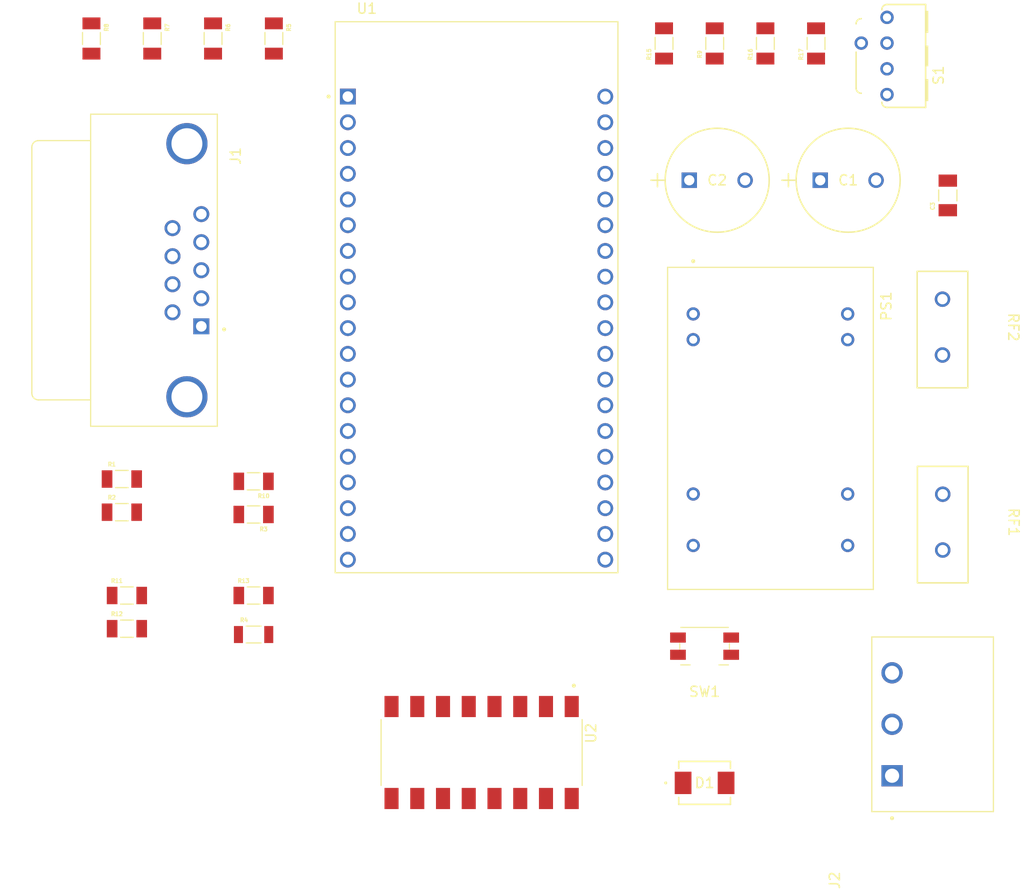
<source format=kicad_pcb>
(kicad_pcb (version 20241229) (generator "pcbnew") (generator_version "9.0")
  (layers (0 "F.Cu" signal) (2 "B.Cu" signal) (13 "F.Paste" user) (15 "B.Paste" user) (5 "F.SilkS" user "F.Silkscreen") (7 "B.SilkS" user "B.Silkscreen") (1 "F.Mask" user) (3 "B.Mask" user) (25 "Edge.Cuts" user))
  (net 0 "")
  (net 1 "Net-(PS1--VIN)")
  (net 2 "Net-(PS1-+VIN)")
  (net 3 "Net-(PS1--VOUT)")
  (net 4 "Net-(D1-Pad1)")
  (net 5 "Net-(SW1A-B)")
  (net 9 "+24V")
  (net 15 "Net-(SW1A-A)")
  (net 16 "Net-(J2-Pad03)")
  (net 18 "Net-(PS1-+VOUT)")
  (net 22 "Net-(R1-Pad2)")
  (net 23 "Net-(R3-Pad2)")
  (net 24 "+3.3V")
  (net 25 "Net-(U1-IO25)")
  (net 26 "Net-(U1-IO26)")
  (net 27 "Net-(U1-IO27)")
  (net 28 "Net-(U1-IO14)")
  (net 29 "Net-(U1-IO17)")
  (net 30 "GND")
  (net 31 "Net-(R10-Pad2)")
  (net 32 "Net-(R12-Pad2)")
  (net 33 "Net-(U1-IO16)")
  (net 34 "Net-(U1-IO4)")
  (net 35 "Net-(U1-IO2)")
  (net 36 "+5V")
  (footprint "footprints:RESC3115X65N" (layer "F.Cu") (at 174.5 73.774)
    (property "Reference" "R2" (at -0.99 -1.45 0) (layer "F.SilkS") (effects (font (size 0.393701 0.393701))))
    (property "Value" "CRGH1206J4K7")
    (fp_line (start -0.62 -0.85) (end 0.62 -0.85) (stroke (width 0.127)) (layer "F.SilkS"))
    (fp_line (start -0.62 0.85) (end 0.62 0.85) (stroke (width 0.127)) (layer "F.SilkS"))
    (pad "1" smd rect (at -1.46 0) (size 1.05 1.72) (layers "F.Cu" "F.Mask" "F.Paste") (net 9 "+24V"))
    (pad "2" smd rect (at 1.46 0) (size 1.05 1.72) (layers "F.Cu" "F.Mask" "F.Paste") (net 22 "Net-(R1-Pad2)"))
  )
  (footprint "footprints:RESC3216X75N" (layer "F.Cu") (at 238 27.494 90)
    (property "Reference" "R16" (at -1.08 -1.48 90) (layer "F.SilkS") (effects (font (size 0.393701 0.393701))))
    (property "Value" "CR1206-FX-1002ELF")
    (fp_line (start -0.59 -0.88) (end 0.59 -0.88) (stroke (width 0.127)) (layer "F.SilkS"))
    (fp_line (start -0.59 0.88) (end 0.59 0.88) (stroke (width 0.127)) (layer "F.SilkS"))
    (pad "1" smd rect (at -1.494 0 90) (size 1.17 1.77) (layers "F.Cu" "F.Mask" "F.Paste") (net 34 "Net-(U1-IO4)"))
    (pad "2" smd rect (at 1.494 0 90) (size 1.17 1.77) (layers "F.Cu" "F.Mask" "F.Paste") (net 30 "GND"))
  )
  (footprint "Button_Switch_SMD:Panasonic_EVQPUJ_EVQPUA" (layer "F.Cu") (at 232 87 180)
    (property "Reference" "SW1" (at 0 -4.5 0) (layer "F.SilkS"))
    (property "Value" "On/Off Switch")
    (fp_line (start 2.45 0.275) (end 2.45 -0.275) (stroke (width 0.12)) (layer "F.SilkS"))
    (fp_line (start 2.35 1.85) (end -2.35 1.85) (stroke (width 0.12)) (layer "F.SilkS"))
    (fp_line (start 2.35 -1.85) (end 1.425 -1.85) (stroke (width 0.12)) (layer "F.SilkS"))
    (fp_line (start -1.425 -1.85) (end -2.35 -1.85) (stroke (width 0.12)) (layer "F.SilkS"))
    (fp_line (start -2.45 0.275) (end -2.45 -0.275) (stroke (width 0.12)) (layer "F.SilkS"))
    (pad "1" smd rect (at -2.625 -0.85) (size 1.55 1) (layers "F.Cu" "F.Mask" "F.Paste") (net 15 "Net-(SW1A-A)"))
    (pad "1" smd rect (at 2.625 -0.85) (size 1.55 1) (layers "F.Cu" "F.Mask" "F.Paste") (net 15 "Net-(SW1A-A)"))
    (pad "2" smd rect (at -2.625 0.85) (size 1.55 1) (layers "F.Cu" "F.Mask" "F.Paste") (net 5 "Net-(SW1A-B)"))
    (pad "2" smd rect (at 2.625 0.85) (size 1.55 1) (layers "F.Cu" "F.Mask" "F.Paste") (net 5 "Net-(SW1A-B)"))
  )
  (footprint "footprints:DRR3010" (layer "F.Cu") (at 250 28.73 90)
    (property "Reference" "S1" (at -1.907185 5.085855 90) (layer "F.SilkS") (effects (font (size 1.001157 1.001157))))
    (property "Value" "DRR3016")
    (fp_line (start 0.381 -3.048) (end -3.175 -3.048) (stroke (width 0.1524)) (layer "F.SilkS"))
    (fp_line (start 5.08 0) (end 5.08 3.81) (stroke (width 0.1524)) (layer "F.SilkS"))
    (fp_line (start -5.08 0) (end -5.08 3.81) (stroke (width 0.1524)) (layer "F.SilkS"))
    (fp_line (start 5.08 3.81) (end -5.08 3.81) (stroke (width 0.1524)) (layer "F.SilkS"))
    (fp_arc (start 3.175 -3.048) (mid 3.53421 -2.89921) (end 3.683 -2.54) (stroke (width 0.1524)) (layer "F.SilkS"))
    (fp_arc (start -3.683 -2.54) (mid -3.53421 -2.89921) (end -3.175 -3.048) (stroke (width 0.1524)) (layer "F.SilkS"))
    (fp_arc (start 4.572 -0.508) (mid 4.93121 -0.35921) (end 5.08 0) (stroke (width 0.1524)) (layer "F.SilkS"))
    (fp_arc (start -5.08 0) (mid -4.93121 -0.35921) (end -4.572 -0.508) (stroke (width 0.1524)) (layer "F.SilkS"))
    (fp_poly (pts (xy 2.28795 3.81) (xy 4.445 3.81) (xy 4.445 4.06747) (xy 2.28795 4.06747)) (stroke (width 0.01)) (fill yes) (layer "F.SilkS"))
    (fp_poly (pts (xy -1.01619 3.81) (xy 1.016 3.81) (xy 1.016 4.06474) (xy -1.01619 4.06474)) (stroke (width 0.01)) (fill yes) (layer "F.SilkS"))
    (fp_poly (pts (xy -4.44826 3.81) (xy -2.286 3.81) (xy -2.286 4.06698) (xy -4.44826 4.06698)) (stroke (width 0.01)) (fill yes) (layer "F.SilkS"))
    (pad "1" thru_hole circle (at 3.81 0 90) (size 1.3208 1.3208) (drill 0.8128) (layers "*.Cu" "*.Mask") (net 35 "Net-(U1-IO2)"))
    (pad "2" thru_hole circle (at 1.27 0 90) (size 1.3208 1.3208) (drill 0.8128) (layers "*.Cu" "*.Mask") (net 34 "Net-(U1-IO4)"))
    (pad "4" thru_hole circle (at -1.27 0 90) (size 1.3208 1.3208) (drill 0.8128) (layers "*.Cu" "*.Mask") (net 33 "Net-(U1-IO16)"))
    (pad "8" thru_hole circle (at -3.81 0 90) (size 1.3208 1.3208) (drill 0.8128) (layers "*.Cu" "*.Mask") (net 29 "Net-(U1-IO17)"))
    (pad "C" thru_hole circle (at 1.27 -2.54 90) (size 1.3208 1.3208) (drill 0.8128) (layers "*.Cu" "*.Mask") (net 24 "+3.3V"))
  )
  (footprint "footprints:RESC3216X75N" (layer "F.Cu") (at 233 27.494 90)
    (property "Reference" "R9" (at -1.08 -1.48 90) (layer "F.SilkS") (effects (font (size 0.393701 0.393701))))
    (property "Value" "CR1206-FX-1002ELF")
    (fp_line (start -0.59 -0.88) (end 0.59 -0.88) (stroke (width 0.127)) (layer "F.SilkS"))
    (fp_line (start -0.59 0.88) (end 0.59 0.88) (stroke (width 0.127)) (layer "F.SilkS"))
    (pad "1" smd rect (at -1.494 0 90) (size 1.17 1.77) (layers "F.Cu" "F.Mask" "F.Paste") (net 29 "Net-(U1-IO17)"))
    (pad "2" smd rect (at 1.494 0 90) (size 1.17 1.77) (layers "F.Cu" "F.Mask" "F.Paste") (net 30 "GND"))
  )
  (footprint "footprints:PCAP_10x12_5-THRU-ELECT_NCA" (layer "F.Cu") (at 230.4882 41)
    (property "Reference" "C2" (at 2.7559 0 0) (layer "F.SilkS"))
    (property "Value" "UHE2A470MPD")
    (fp_line (start -3.7719 0) (end -2.5019 0) (stroke (width 0.1524)) (layer "F.SilkS"))
    (fp_line (start -3.1369 -0.635) (end -3.1369 0.635) (stroke (width 0.1524)) (layer "F.SilkS"))
    (fp_circle (center 2.7559 0) (end 7.8867 0) (stroke (width 0.1524)) (fill no) (layer "F.SilkS"))
    (pad "1" thru_hole rect (at 0 0) (size 1.524 1.524) (drill 1.016) (layers "*.Cu" "*.Mask") (net 2 "Net-(PS1-+VIN)"))
    (pad "2" thru_hole circle (at 5.5118 0) (size 1.524 1.524) (drill 1.016) (layers "*.Cu" "*.Mask") (net 1 "Net-(PS1--VIN)"))
  )
  (footprint "footprints:RESC3216X75N" (layer "F.Cu") (at 228 27.494 90)
    (property "Reference" "R15" (at -1.08 -1.48 90) (layer "F.SilkS") (effects (font (size 0.393701 0.393701))))
    (property "Value" "CR1206-FX-1002ELF")
    (fp_line (start -0.59 -0.88) (end 0.59 -0.88) (stroke (width 0.127)) (layer "F.SilkS"))
    (fp_line (start -0.59 0.88) (end 0.59 0.88) (stroke (width 0.127)) (layer "F.SilkS"))
    (pad "1" smd rect (at -1.494 0 90) (size 1.17 1.77) (layers "F.Cu" "F.Mask" "F.Paste") (net 33 "Net-(U1-IO16)"))
    (pad "2" smd rect (at 1.494 0 90) (size 1.17 1.77) (layers "F.Cu" "F.Mask" "F.Paste") (net 30 "GND"))
  )
  (footprint "footprints:RESC3115X65N" (layer "F.Cu") (at 175 82)
    (property "Reference" "R11" (at -0.99 -1.45 0) (layer "F.SilkS") (effects (font (size 0.393701 0.393701))))
    (property "Value" "CRGH1206J4K7")
    (fp_line (start -0.62 -0.85) (end 0.62 -0.85) (stroke (width 0.127)) (layer "F.SilkS"))
    (fp_line (start -0.62 0.85) (end 0.62 0.85) (stroke (width 0.127)) (layer "F.SilkS"))
    (pad "1" smd rect (at -1.46 0) (size 1.05 1.72) (layers "F.Cu" "F.Mask" "F.Paste") (net 9 "+24V"))
    (pad "2" smd rect (at 1.46 0) (size 1.05 1.72) (layers "F.Cu" "F.Mask" "F.Paste") (net 31 "Net-(R10-Pad2)"))
  )
  (footprint "footprints:RESC3115X65N" (layer "F.Cu") (at 187.5 74 180)
    (property "Reference" "R3" (at -0.99 -1.45 0) (layer "F.SilkS") (effects (font (size 0.393701 0.393701))))
    (property "Value" "CRGH1206J4K7")
    (fp_line (start -0.62 0.85) (end 0.62 0.85) (stroke (width 0.127)) (layer "F.SilkS"))
    (fp_line (start -0.62 -0.85) (end 0.62 -0.85) (stroke (width 0.127)) (layer "F.SilkS"))
    (pad "1" smd rect (at -1.46 0 180) (size 1.05 1.72) (layers "F.Cu" "F.Mask" "F.Paste") (net 9 "+24V"))
    (pad "2" smd rect (at 1.46 0 180) (size 1.05 1.72) (layers "F.Cu" "F.Mask" "F.Paste") (net 23 "Net-(R3-Pad2)"))
  )
  (footprint "footprints:RESC3115X65N" (layer "F.Cu") (at 187.5 70.726 180)
    (property "Reference" "R10" (at -0.99 -1.45 0) (layer "F.SilkS") (effects (font (size 0.393701 0.393701))))
    (property "Value" "CRGH1206J4K7")
    (fp_line (start -0.62 0.85) (end 0.62 0.85) (stroke (width 0.127)) (layer "F.SilkS"))
    (fp_line (start -0.62 -0.85) (end 0.62 -0.85) (stroke (width 0.127)) (layer "F.SilkS"))
    (pad "1" smd rect (at -1.46 0 180) (size 1.05 1.72) (layers "F.Cu" "F.Mask" "F.Paste") (net 9 "+24V"))
    (pad "2" smd rect (at 1.46 0 180) (size 1.05 1.72) (layers "F.Cu" "F.Mask" "F.Paste") (net 31 "Net-(R10-Pad2)"))
  )
  (footprint "footprints:RESC3216X75N" (layer "F.Cu") (at 171.5 27.006 -90)
    (property "Reference" "R8" (at -1.08 -1.48 90) (layer "F.SilkS") (effects (font (size 0.393701 0.393701))))
    (property "Value" "CR1206-FX-1002ELF")
    (fp_line (start -0.59 0.88) (end 0.59 0.88) (stroke (width 0.127)) (layer "F.SilkS"))
    (fp_line (start -0.59 -0.88) (end 0.59 -0.88) (stroke (width 0.127)) (layer "F.SilkS"))
    (pad "1" smd rect (at -1.494 0 270) (size 1.17 1.77) (layers "F.Cu" "F.Mask" "F.Paste") (net 28 "Net-(U1-IO14)"))
    (pad "2" smd rect (at 1.494 0 270) (size 1.17 1.77) (layers "F.Cu" "F.Mask" "F.Paste") (net 24 "+3.3V"))
  )
  (footprint "footprints:PHOENIX_1757255" (layer "F.Cu") (at 260.5 103.3325 90)
    (property "Reference" "J2" (at -6.785 -15.655 90) (layer "F.SilkS"))
    (property "Value" "1757255")
    (fp_line (start 17.24 -12) (end 0 -12) (stroke (width 0.127)) (layer "F.SilkS"))
    (fp_line (start 17.24 -12) (end 17.24 0) (stroke (width 0.127)) (layer "F.SilkS"))
    (fp_line (start 17.24 0) (end 0 0) (stroke (width 0.127)) (layer "F.SilkS"))
    (fp_line (start 0 0) (end 0 -12) (stroke (width 0.127)) (layer "F.SilkS"))
    (fp_circle (center -0.65 -10) (end -0.55 -10) (stroke (width 0.2)) (fill no) (layer "F.SilkS"))
    (pad "01" thru_hole rect (at 3.54 -10 90) (size 2.1 2.1) (drill 1.4) (layers "*.Cu" "*.Mask") (net 1 "Net-(PS1--VIN)"))
    (pad "02" thru_hole circle (at 8.62 -10 90) (size 2.1 2.1) (drill 1.4) (layers "*.Cu" "*.Mask") (net 15 "Net-(SW1A-A)"))
    (pad "03" thru_hole circle (at 13.7 -10 90) (size 2.1 2.1) (drill 1.4) (layers "*.Cu" "*.Mask") (net 16 "Net-(J2-Pad03)"))
  )
  (footprint "footprints:RESC3216X75N" (layer "F.Cu") (at 243 27.494 90)
    (property "Reference" "R17" (at -1.08 -1.48 90) (layer "F.SilkS") (effects (font (size 0.393701 0.393701))))
    (property "Value" "CR1206-FX-1002ELF")
    (fp_line (start -0.59 -0.88) (end 0.59 -0.88) (stroke (width 0.127)) (layer "F.SilkS"))
    (fp_line (start -0.59 0.88) (end 0.59 0.88) (stroke (width 0.127)) (layer "F.SilkS"))
    (pad "1" smd rect (at -1.494 0 90) (size 1.17 1.77) (layers "F.Cu" "F.Mask" "F.Paste") (net 35 "Net-(U1-IO2)"))
    (pad "2" smd rect (at 1.494 0 90) (size 1.17 1.77) (layers "F.Cu" "F.Mask" "F.Paste") (net 30 "GND"))
  )
  (footprint "footprints:CONV_REC5A-2405SW_H2" (layer "F.Cu") (at 238.5 65.5 -90)
    (property "Reference" "PS1" (at -12.065 -11.43 90) (layer "F.SilkS"))
    (property "Value" "REC5A-2405SW_H2")
    (fp_line (start -15.9 10.15) (end -15.9 -10.15) (stroke (width 0.127)) (layer "F.SilkS"))
    (fp_line (start 15.9 10.15) (end -15.9 10.15) (stroke (width 0.127)) (layer "F.SilkS"))
    (fp_line (start -15.9 -10.15) (end 15.9 -10.15) (stroke (width 0.127)) (layer "F.SilkS"))
    (fp_line (start 15.9 -10.15) (end 15.9 10.15) (stroke (width 0.127)) (layer "F.SilkS"))
    (fp_circle (center -16.51 7.62) (end -16.41 7.62) (stroke (width 0.2)) (fill no) (layer "F.SilkS"))
    (pad "2" thru_hole circle (at -11.3 7.62 270) (size 1.308 1.308) (drill 0.8) (layers "*.Cu" "*.Mask") (net 1 "Net-(PS1--VIN)"))
    (pad "3" thru_hole circle (at -8.76 7.62 270) (size 1.308 1.308) (drill 0.8) (layers "*.Cu" "*.Mask"))
    (pad "9" thru_hole circle (at 6.48 7.62 270) (size 1.308 1.308) (drill 0.8) (layers "*.Cu" "*.Mask"))
    (pad "11" thru_hole circle (at 11.56 7.62 270) (size 1.308 1.308) (drill 0.8) (layers "*.Cu" "*.Mask"))
    (pad "14" thru_hole circle (at 11.56 -7.62 270) (size 1.308 1.308) (drill 0.8) (layers "*.Cu" "*.Mask") (net 18 "Net-(PS1-+VOUT)"))
    (pad "16" thru_hole circle (at 6.48 -7.62 270) (size 1.308 1.308) (drill 0.8) (layers "*.Cu" "*.Mask") (net 3 "Net-(PS1--VOUT)"))
    (pad "22" thru_hole circle (at -8.76 -7.62 270) (size 1.308 1.308) (drill 0.8) (layers "*.Cu" "*.Mask") (net 2 "Net-(PS1-+VIN)"))
    (pad "23" thru_hole circle (at -11.3 -7.62 270) (size 1.308 1.308) (drill 0.8) (layers "*.Cu" "*.Mask"))
  )
  (footprint "footprints:ASSMANN_A-DF_09_A_KG-T4S" (layer "F.Cu") (at 182.34 55.425 -90)
    (property "Reference" "J1" (at -16.825 -3.385 90) (layer "F.SilkS"))
    (property "Value" "A-DF_09_A_KG-T4S")
    (fp_line (start -17.64 16.72) (end 6.56 16.72) (stroke (width 0.127)) (layer "F.SilkS"))
    (fp_line (start 7.26 16.1) (end 7.26 11) (stroke (width 0.127)) (layer "F.SilkS"))
    (fp_line (start -18.34 11) (end -18.34 16.1) (stroke (width 0.127)) (layer "F.SilkS"))
    (fp_line (start -20.945 10.92) (end 9.865 10.92) (stroke (width 0.127)) (layer "F.SilkS"))
    (fp_line (start 9.865 10.92) (end 9.865 -1.58) (stroke (width 0.127)) (layer "F.SilkS"))
    (fp_line (start -20.945 -1.58) (end -20.945 10.92) (stroke (width 0.127)) (layer "F.SilkS"))
    (fp_line (start 9.865 -1.58) (end -20.945 -1.58) (stroke (width 0.127)) (layer "F.SilkS"))
    (fp_arc (start -17.64 16.72) (mid -18.118406 16.554975) (end -18.34 16.1) (stroke (width 0.127)) (layer "F.SilkS"))
    (fp_arc (start 7.26 16.1) (mid 7.038406 16.554975) (end 6.56 16.72) (stroke (width 0.127)) (layer "F.SilkS"))
    (fp_circle (center 0.3 -2.25) (end 0.4 -2.25) (stroke (width 0.2)) (fill no) (layer "F.SilkS"))
    (pad "1" thru_hole rect (at 0 0 270) (size 1.575 1.575) (drill 1.05) (layers "*.Cu" "*.Mask"))
    (pad "2" thru_hole circle (at -2.77 0 270) (size 1.575 1.575) (drill 1.05) (layers "*.Cu" "*.Mask"))
    (pad "3" thru_hole circle (at -5.54 0 270) (size 1.575 1.575) (drill 1.05) (layers "*.Cu" "*.Mask") (net 9 "+24V"))
    (pad "4" thru_hole circle (at -8.31 0 270) (size 1.575 1.575) (drill 1.05) (layers "*.Cu" "*.Mask") (net 9 "+24V"))
    (pad "5" thru_hole circle (at -11.08 0 270) (size 1.575 1.575) (drill 1.05) (layers "*.Cu" "*.Mask") (net 9 "+24V"))
    (pad "6" thru_hole circle (at -1.385 2.84 270) (size 1.575 1.575) (drill 1.05) (layers "*.Cu" "*.Mask"))
    (pad "7" thru_hole circle (at -4.155 2.84 270) (size 1.575 1.575) (drill 1.05) (layers "*.Cu" "*.Mask"))
    (pad "8" thru_hole circle (at -6.925 2.84 270) (size 1.575 1.575) (drill 1.05) (layers "*.Cu" "*.Mask"))
    (pad "9" thru_hole circle (at -9.695 2.84 270) (size 1.575 1.575) (drill 1.05) (layers "*.Cu" "*.Mask"))
    (pad "S1" thru_hole circle (at -18.035 1.42 270) (size 4.066 4.066) (drill 3.05) (layers "*.Cu" "*.Mask"))
    (pad "S2" thru_hole circle (at 6.955 1.42 270) (size 4.066 4.066) (drill 3.05) (layers "*.Cu" "*.Mask"))
  )
  (footprint "footprints:RESC3115X65N" (layer "F.Cu") (at 175 85.274)
    (property "Reference" "R12" (at -0.99 -1.45 0) (layer "F.SilkS") (effects (font (size 0.393701 0.393701))))
    (property "Value" "CRGH1206J4K7")
    (fp_line (start -0.62 -0.85) (end 0.62 -0.85) (stroke (width 0.127)) (layer "F.SilkS"))
    (fp_line (start -0.62 0.85) (end 0.62 0.85) (stroke (width 0.127)) (layer "F.SilkS"))
    (pad "1" smd rect (at -1.46 0) (size 1.05 1.72) (layers "F.Cu" "F.Mask" "F.Paste") (net 16 "Net-(J2-Pad03)"))
    (pad "2" smd rect (at 1.46 0) (size 1.05 1.72) (layers "F.Cu" "F.Mask" "F.Paste") (net 32 "Net-(R12-Pad2)"))
  )
  (footprint "footprints:PTC_RESET_FUSE" (layer "F.Cu") (at 255.4746 52.7441 -90)
    (property "Reference" "RF2" (at 2.7559 -7 270) (layer "F.SilkS"))
    (property "Value" "~")
    (fp_rect (start -2.75 -2.5) (end 8.75 2.5) (stroke (width 0.1524)) (fill no) (layer "F.SilkS"))
    (pad "1" thru_hole circle (at 0 0 270) (size 1.524 1.524) (drill 1.016) (layers "*.Cu" "*.Mask") (net 18 "Net-(PS1-+VOUT)"))
    (pad "2" thru_hole circle (at 5.5118 0 270) (size 1.524 1.524) (drill 1.016) (layers "*.Cu" "*.Mask") (net 36 "+5V"))
  )
  (footprint "footprints:PTC_RESET_FUSE" (layer "F.Cu") (at 255.5 72 -90)
    (property "Reference" "RF1" (at 2.7559 -7 270) (layer "F.SilkS"))
    (property "Value" "~")
    (fp_rect (start -2.75 -2.5) (end 8.75 2.5) (stroke (width 0.1524)) (fill no) (layer "F.SilkS"))
    (pad "1" thru_hole circle (at 0 0 270) (size 1.524 1.524) (drill 1.016) (layers "*.Cu" "*.Mask") (net 4 "Net-(D1-Pad1)"))
    (pad "2" thru_hole circle (at 5.5118 0 270) (size 1.524 1.524) (drill 1.016) (layers "*.Cu" "*.Mask") (net 2 "Net-(PS1-+VIN)"))
  )
  (footprint "footprints:MODULE_ESP32-DEVKITC-32D" (layer "F.Cu") (at 209.5 52.5)
    (property "Reference" "U1" (at -10.829175 -28.446045 0) (layer "F.SilkS") (effects (font (size 1.000386 1.000386))))
    (property "Value" "ESP32-DEVKITC-32D")
    (fp_line (start -13.95 -27.15) (end 13.95 -27.15) (stroke (width 0.127)) (layer "F.SilkS"))
    (fp_line (start -13.95 27.25) (end -13.95 -27.15) (stroke (width 0.127)) (layer "F.SilkS"))
    (fp_line (start 13.95 -27.15) (end 13.95 27.25) (stroke (width 0.127)) (layer "F.SilkS"))
    (fp_line (start 13.95 27.25) (end -13.95 27.25) (stroke (width 0.127)) (layer "F.SilkS"))
    (fp_circle (center -14.6 -19.76) (end -14.5 -19.76) (stroke (width 0.2)) (fill no) (layer "F.SilkS"))
    (pad "J2-1" thru_hole rect (at -12.7 -19.76) (size 1.56 1.56) (drill 1.04) (layers "*.Cu" "*.Mask") (net 24 "+3.3V"))
    (pad "J2-2" thru_hole circle (at -12.7 -17.22) (size 1.56 1.56) (drill 1.04) (layers "*.Cu" "*.Mask"))
    (pad "J2-3" thru_hole circle (at -12.7 -14.68) (size 1.56 1.56) (drill 1.04) (layers "*.Cu" "*.Mask"))
    (pad "J2-4" thru_hole circle (at -12.7 -12.14) (size 1.56 1.56) (drill 1.04) (layers "*.Cu" "*.Mask"))
    (pad "J2-5" thru_hole circle (at -12.7 -9.6) (size 1.56 1.56) (drill 1.04) (layers "*.Cu" "*.Mask"))
    (pad "J2-6" thru_hole circle (at -12.7 -7.06) (size 1.56 1.56) (drill 1.04) (layers "*.Cu" "*.Mask"))
    (pad "J2-7" thru_hole circle (at -12.7 -4.52) (size 1.56 1.56) (drill 1.04) (layers "*.Cu" "*.Mask"))
    (pad "J2-8" thru_hole circle (at -12.7 -1.98) (size 1.56 1.56) (drill 1.04) (layers "*.Cu" "*.Mask"))
    (pad "J2-9" thru_hole circle (at -12.7 0.56) (size 1.56 1.56) (drill 1.04) (layers "*.Cu" "*.Mask") (net 25 "Net-(U1-IO25)"))
    (pad "J2-10" thru_hole circle (at -12.7 3.1) (size 1.56 1.56) (drill 1.04) (layers "*.Cu" "*.Mask") (net 26 "Net-(U1-IO26)"))
    (pad "J2-11" thru_hole circle (at -12.7 5.64) (size 1.56 1.56) (drill 1.04) (layers "*.Cu" "*.Mask") (net 27 "Net-(U1-IO27)"))
    (pad "J2-12" thru_hole circle (at -12.7 8.18) (size 1.56 1.56) (drill 1.04) (layers "*.Cu" "*.Mask") (net 28 "Net-(U1-IO14)"))
    (pad "J2-13" thru_hole circle (at -12.7 10.72) (size 1.56 1.56) (drill 1.04) (layers "*.Cu" "*.Mask"))
    (pad "J2-14" thru_hole circle (at -12.7 13.26) (size 1.56 1.56) (drill 1.04) (layers "*.Cu" "*.Mask") (net 30 "GND"))
    (pad "J2-15" thru_hole circle (at -12.7 15.8) (size 1.56 1.56) (drill 1.04) (layers "*.Cu" "*.Mask"))
    (pad "J2-16" thru_hole circle (at -12.7 18.34) (size 1.56 1.56) (drill 1.04) (layers "*.Cu" "*.Mask"))
    (pad "J2-17" thru_hole circle (at -12.7 20.88) (size 1.56 1.56) (drill 1.04) (layers "*.Cu" "*.Mask"))
    (pad "J2-18" thru_hole circle (at -12.7 23.42) (size 1.56 1.56) (drill 1.04) (layers "*.Cu" "*.Mask"))
    (pad "J2-19" thru_hole circle (at -12.7 25.96) (size 1.56 1.56) (drill 1.04) (layers "*.Cu" "*.Mask") (net 36 "+5V"))
    (pad "J3-1" thru_hole circle (at 12.7 -19.76) (size 1.56 1.56) (drill 1.04) (layers "*.Cu" "*.Mask"))
    (pad "J3-2" thru_hole circle (at 12.7 -17.22) (size 1.56 1.56) (drill 1.04) (layers "*.Cu" "*.Mask"))
    (pad "J3-3" thru_hole circle (at 12.7 -14.68) (size 1.56 1.56) (drill 1.04) (layers "*.Cu" "*.Mask"))
    (pad "J3-4" thru_hole circle (at 12.7 -12.14) (size 1.56 1.56) (drill 1.04) (layers "*.Cu" "*.Mask"))
    (pad "J3-5" thru_hole circle (at 12.7 -9.6) (size 1.56 1.56) (drill 1.04) (layers "*.Cu" "*.Mask"))
    (pad "J3-6" thru_hole circle (at 12.7 -7.06) (size 1.56 1.56) (drill 1.04) (layers "*.Cu" "*.Mask"))
    (pad "J3-7" thru_hole circle (at 12.7 -4.52) (size 1.56 1.56) (drill 1.04) (layers "*.Cu" "*.Mask") (net 30 "GND"))
    (pad "J3-8" thru_hole circle (at 12.7 -1.98) (size 1.56 1.56) (drill 1.04) (layers "*.Cu" "*.Mask"))
    (pad "J3-9" thru_hole circle (at 12.7 0.56) (size 1.56 1.56) (drill 1.04) (layers "*.Cu" "*.Mask"))
    (pad "J3-10" thru_hole circle (at 12.7 3.1) (size 1.56 1.56) (drill 1.04) (layers "*.Cu" "*.Mask"))
    (pad "J3-11" thru_hole circle (at 12.7 5.64) (size 1.56 1.56) (drill 1.04) (layers "*.Cu" "*.Mask") (net 29 "Net-(U1-IO17)"))
    (pad "J3-12" thru_hole circle (at 12.7 8.18) (size 1.56 1.56) (drill 1.04) (layers "*.Cu" "*.Mask") (net 33 "Net-(U1-IO16)"))
    (pad "J3-13" thru_hole circle (at 12.7 10.72) (size 1.56 1.56) (drill 1.04) (layers "*.Cu" "*.Mask") (net 34 "Net-(U1-IO4)"))
    (pad "J3-14" thru_hole circle (at 12.7 13.26) (size 1.56 1.56) (drill 1.04) (layers "*.Cu" "*.Mask"))
    (pad "J3-15" thru_hole circle (at 12.7 15.8) (size 1.56 1.56) (drill 1.04) (layers "*.Cu" "*.Mask") (net 35 "Net-(U1-IO2)"))
    (pad "J3-16" thru_hole circle (at 12.7 18.34) (size 1.56 1.56) (drill 1.04) (layers "*.Cu" "*.Mask"))
    (pad "J3-17" thru_hole circle (at 12.7 20.88) (size 1.56 1.56) (drill 1.04) (layers "*.Cu" "*.Mask"))
    (pad "J3-18" thru_hole circle (at 12.7 23.42) (size 1.56 1.56) (drill 1.04) (layers "*.Cu" "*.Mask"))
    (pad "J3-19" thru_hole circle (at 12.7 25.96) (size 1.56 1.56) (drill 1.04) (layers "*.Cu" "*.Mask"))
  )
  (footprint "footprints:PCAP_10x12_5-THRU-ELECT_NCA" (layer "F.Cu") (at 243.41085 41)
    (property "Reference" "C1" (at 2.7559 0 0) (layer "F.SilkS"))
    (property "Value" "UHE2A470MPD")
    (fp_line (start -3.7719 0) (end -2.5019 0) (stroke (width 0.1524)) (layer "F.SilkS"))
    (fp_line (start -3.1369 -0.635) (end -3.1369 0.635) (stroke (width 0.1524)) (layer "F.SilkS"))
    (fp_circle (center 2.7559 0) (end 7.8867 0) (stroke (width 0.1524)) (fill no) (layer "F.SilkS"))
    (pad "1" thru_hole rect (at 0 0) (size 1.524 1.524) (drill 1.016) (layers "*.Cu" "*.Mask") (net 2 "Net-(PS1-+VIN)"))
    (pad "2" thru_hole circle (at 5.5118 0) (size 1.524 1.524) (drill 1.016) (layers "*.Cu" "*.Mask") (net 1 "Net-(PS1--VIN)"))
  )
  (footprint "footprints:RESC3216X75N" (layer "F.Cu") (at 183.5 27.006 -90)
    (property "Reference" "R6" (at -1.08 -1.48 90) (layer "F.SilkS") (effects (font (size 0.393701 0.393701))))
    (property "Value" "CR1206-FX-1002ELF")
    (fp_line (start -0.59 0.88) (end 0.59 0.88) (stroke (width 0.127)) (layer "F.SilkS"))
    (fp_line (start -0.59 -0.88) (end 0.59 -0.88) (stroke (width 0.127)) (layer "F.SilkS"))
    (pad "1" smd rect (at -1.494 0 270) (size 1.17 1.77) (layers "F.Cu" "F.Mask" "F.Paste") (net 26 "Net-(U1-IO26)"))
    (pad "2" smd rect (at 1.494 0 270) (size 1.17 1.77) (layers "F.Cu" "F.Mask" "F.Paste") (net 24 "+3.3V"))
  )
  (footprint "footprints:RESC3216X75N" (layer "F.Cu") (at 177.5 27.006 -90)
    (property "Reference" "R7" (at -1.08 -1.48 90) (layer "F.SilkS") (effects (font (size 0.393701 0.393701))))
    (property "Value" "CR1206-FX-1002ELF")
    (fp_line (start -0.59 0.88) (end 0.59 0.88) (stroke (width 0.127)) (layer "F.SilkS"))
    (fp_line (start -0.59 -0.88) (end 0.59 -0.88) (stroke (width 0.127)) (layer "F.SilkS"))
    (pad "1" smd rect (at -1.494 0 270) (size 1.17 1.77) (layers "F.Cu" "F.Mask" "F.Paste") (net 27 "Net-(U1-IO27)"))
    (pad "2" smd rect (at 1.494 0 270) (size 1.17 1.77) (layers "F.Cu" "F.Mask" "F.Paste") (net 24 "+3.3V"))
  )
  (footprint "footprints:RESC3216X75N" (layer "F.Cu") (at 189.5 27.006 -90)
    (property "Reference" "R5" (at -1.08 -1.48 90) (layer "F.SilkS") (effects (font (size 0.393701 0.393701))))
    (property "Value" "CR1206-FX-1002ELF")
    (fp_line (start -0.59 0.88) (end 0.59 0.88) (stroke (width 0.127)) (layer "F.SilkS"))
    (fp_line (start -0.59 -0.88) (end 0.59 -0.88) (stroke (width 0.127)) (layer "F.SilkS"))
    (pad "1" smd rect (at -1.494 0 270) (size 1.17 1.77) (layers "F.Cu" "F.Mask" "F.Paste") (net 25 "Net-(U1-IO25)"))
    (pad "2" smd rect (at 1.494 0 270) (size 1.17 1.77) (layers "F.Cu" "F.Mask" "F.Paste") (net 24 "+3.3V"))
  )
  (footprint "footprints:DO214AASMB_CIP-L" (layer "F.Cu") (at 232 100.5)
    (property "Reference" "D1" (at 0 0 0) (layer "F.SilkS"))
    (property "Value" "SS34B-HF")
    (fp_line (start -2.5527 -2.1209) (end -2.5527 -1.43764) (stroke (width 0.1524)) (layer "F.SilkS"))
    (fp_line (start -2.5527 1.43764) (end -2.5527 2.1209) (stroke (width 0.1524)) (layer "F.SilkS"))
    (fp_line (start -2.5527 2.1209) (end 2.5527 2.1209) (stroke (width 0.1524)) (layer "F.SilkS"))
    (fp_line (start 2.5527 -2.1209) (end -2.5527 -2.1209) (stroke (width 0.1524)) (layer "F.SilkS"))
    (fp_line (start 2.5527 -1.43764) (end 2.5527 -2.1209) (stroke (width 0.1524)) (layer "F.SilkS"))
    (fp_line (start 2.5527 2.1209) (end 2.5527 1.43764) (stroke (width 0.1524)) (layer "F.SilkS"))
    (fp_circle (center -3.8354 0) (end -3.7592 0) (stroke (width 0.1524)) (fill no) (layer "F.SilkS"))
    (pad "1" smd rect (at -2.1209 0) (size 1.651 2.2098) (layers "F.Cu" "F.Mask" "F.Paste") (net 4 "Net-(D1-Pad1)"))
    (pad "2" smd rect (at 2.1209 0) (size 1.651 2.2098) (layers "F.Cu" "F.Mask" "F.Paste") (net 5 "Net-(SW1A-B)"))
  )
  (footprint "footprints:CAPC3216X180N" (layer "F.Cu") (at 256 42.5 90)
    (property "Reference" "C3" (at -1.06 -1.5 90) (layer "F.SilkS") (effects (font (size 0.393701 0.393701))))
    (property "Value" "1000pf/3kV")
    (fp_line (start -0.54 -0.9) (end 0.54 -0.9) (stroke (width 0.127)) (layer "F.SilkS"))
    (fp_line (start -0.54 0.9) (end 0.54 0.9) (stroke (width 0.127)) (layer "F.SilkS"))
    (pad "1" smd rect (at -1.46 0 90) (size 1.2 1.82) (layers "F.Cu" "F.Mask" "F.Paste") (net 3 "Net-(PS1--VOUT)"))
    (pad "2" smd rect (at 1.46 0 90) (size 1.2 1.82) (layers "F.Cu" "F.Mask" "F.Paste") (net 1 "Net-(PS1--VIN)"))
  )
  (footprint "footprints:SOIC254P1016X460-16N" (layer "F.Cu") (at 210 97.5 -90)
    (property "Reference" "U2" (at -1.905 -10.795 90) (layer "F.SilkS"))
    (property "Value" "LTV-846S")
    (fp_line (start 3.25 9.92) (end -3.25 9.92) (stroke (width 0.127)) (layer "F.SilkS"))
    (fp_line (start -3.25 -9.92) (end 3.25 -9.92) (stroke (width 0.127)) (layer "F.SilkS"))
    (fp_circle (center -6.6 -9.1) (end -6.5 -9.1) (stroke (width 0.2)) (fill no) (layer "F.SilkS"))
    (pad "1" smd rect (at -4.54 -8.89 270) (size 2.09 1.39) (layers "F.Cu" "F.Mask" "F.Paste") (net 22 "Net-(R1-Pad2)"))
    (pad "2" smd rect (at -4.54 -6.35 270) (size 2.09 1.39) (layers "F.Cu" "F.Mask" "F.Paste") (net 1 "Net-(PS1--VIN)"))
    (pad "3" smd rect (at -4.54 -3.81 270) (size 2.09 1.39) (layers "F.Cu" "F.Mask" "F.Paste") (net 23 "Net-(R3-Pad2)"))
    (pad "4" smd rect (at -4.54 -1.27 270) (size 2.09 1.39) (layers "F.Cu" "F.Mask" "F.Paste") (net 1 "Net-(PS1--VIN)"))
    (pad "5" smd rect (at -4.54 1.27 270) (size 2.09 1.39) (layers "F.Cu" "F.Mask" "F.Paste") (net 31 "Net-(R10-Pad2)"))
    (pad "6" smd rect (at -4.54 3.81 270) (size 2.09 1.39) (layers "F.Cu" "F.Mask" "F.Paste") (net 1 "Net-(PS1--VIN)"))
    (pad "7" smd rect (at -4.54 6.35 270) (size 2.09 1.39) (layers "F.Cu" "F.Mask" "F.Paste") (net 32 "Net-(R12-Pad2)"))
    (pad "8" smd rect (at -4.54 8.89 270) (size 2.09 1.39) (layers "F.Cu" "F.Mask" "F.Paste") (net 1 "Net-(PS1--VIN)"))
    (pad "9" smd rect (at 4.54 8.89 270) (size 2.09 1.39) (layers "F.Cu" "F.Mask" "F.Paste") (net 30 "GND"))
    (pad "10" smd rect (at 4.54 6.35 270) (size 2.09 1.39) (layers "F.Cu" "F.Mask" "F.Paste") (net 28 "Net-(U1-IO14)"))
    (pad "11" smd rect (at 4.54 3.81 270) (size 2.09 1.39) (layers "F.Cu" "F.Mask" "F.Paste") (net 30 "GND"))
    (pad "12" smd rect (at 4.54 1.27 270) (size 2.09 1.39) (layers "F.Cu" "F.Mask" "F.Paste") (net 27 "Net-(U1-IO27)"))
    (pad "13" smd rect (at 4.54 -1.27 270) (size 2.09 1.39) (layers "F.Cu" "F.Mask" "F.Paste") (net 30 "GND"))
    (pad "14" smd rect (at 4.54 -3.81 270) (size 2.09 1.39) (layers "F.Cu" "F.Mask" "F.Paste") (net 26 "Net-(U1-IO26)"))
    (pad "15" smd rect (at 4.54 -6.35 270) (size 2.09 1.39) (layers "F.Cu" "F.Mask" "F.Paste") (net 30 "GND"))
    (pad "16" smd rect (at 4.54 -8.89 270) (size 2.09 1.39) (layers "F.Cu" "F.Mask" "F.Paste") (net 25 "Net-(U1-IO25)"))
  )
  (footprint "footprints:RESC3015X65N" (layer "F.Cu") (at 187.5 85.8515)
    (property "Reference" "R4" (at -0.94 -1.43 0) (layer "F.SilkS") (effects (font (size 0.393701 0.393701))))
    (property "Value" "CRGH1206J4K7")
    (fp_line (start -0.73 -0.83) (end 0.73 -0.83) (stroke (width 0.127)) (layer "F.SilkS"))
    (fp_line (start -0.73 0.83) (end 0.73 0.83) (stroke (width 0.127)) (layer "F.SilkS"))
    (pad "1" smd rect (at -1.495 0) (size 0.89 1.68) (layers "F.Cu" "F.Mask" "F.Paste") (net 9 "+24V"))
    (pad "2" smd rect (at 1.495 0) (size 0.89 1.68) (layers "F.Cu" "F.Mask" "F.Paste") (net 23 "Net-(R3-Pad2)"))
  )
  (footprint "footprints:RESC3115X65N" (layer "F.Cu") (at 174.5 70.5)
    (property "Reference" "R1" (at -0.99 -1.45 0) (layer "F.SilkS") (effects (font (size 0.393701 0.393701))))
    (property "Value" "CRGH1206J4K7")
    (fp_line (start -0.62 -0.85) (end 0.62 -0.85) (stroke (width 0.127)) (layer "F.SilkS"))
    (fp_line (start -0.62 0.85) (end 0.62 0.85) (stroke (width 0.127)) (layer "F.SilkS"))
    (pad "1" smd rect (at -1.46 0) (size 1.05 1.72) (layers "F.Cu" "F.Mask" "F.Paste") (net 9 "+24V"))
    (pad "2" smd rect (at 1.46 0) (size 1.05 1.72) (layers "F.Cu" "F.Mask" "F.Paste") (net 22 "Net-(R1-Pad2)"))
  )
  (footprint "footprints:RESC3115X65N" (layer "F.Cu") (at 187.5 82)
    (property "Reference" "R13" (at -0.99 -1.45 0) (layer "F.SilkS") (effects (font (size 0.393701 0.393701))))
    (property "Value" "CRGH1206J4K7")
    (fp_line (start -0.62 -0.85) (end 0.62 -0.85) (stroke (width 0.127)) (layer "F.SilkS"))
    (fp_line (start -0.62 0.85) (end 0.62 0.85) (stroke (width 0.127)) (layer "F.SilkS"))
    (pad "1" smd rect (at -1.46 0) (size 1.05 1.72) (layers "F.Cu" "F.Mask" "F.Paste") (net 16 "Net-(J2-Pad03)"))
    (pad "2" smd rect (at 1.46 0) (size 1.05 1.72) (layers "F.Cu" "F.Mask" "F.Paste") (net 32 "Net-(R12-Pad2)"))
  )
)
</source>
